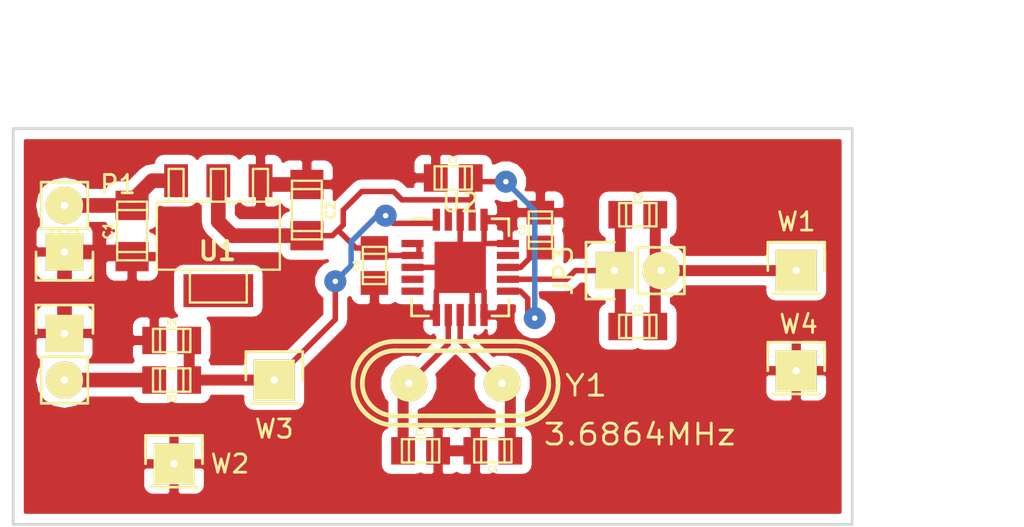
<source format=kicad_pcb>
(kicad_pcb (version 4) (host pcbnew 4.0.2-stable)

  (general
    (links 44)
    (no_connects 0)
    (area 106.952 79.7 167.004 108.025001)
    (thickness 1.6)
    (drawings 6)
    (tracks 96)
    (zones 0)
    (modules 21)
    (nets 15)
  )

  (page A4)
  (layers
    (0 F.Cu signal)
    (31 B.Cu signal)
    (32 B.Adhes user)
    (33 F.Adhes user)
    (34 B.Paste user)
    (35 F.Paste user)
    (36 B.SilkS user)
    (37 F.SilkS user)
    (38 B.Mask user)
    (39 F.Mask user)
    (40 Dwgs.User user)
    (41 Cmts.User user)
    (42 Eco1.User user)
    (43 Eco2.User user)
    (44 Edge.Cuts user)
    (45 Margin user)
    (46 B.CrtYd user)
    (47 F.CrtYd user)
    (48 B.Fab user)
    (49 F.Fab user)
  )

  (setup
    (last_trace_width 0.3)
    (user_trace_width 0.3)
    (user_trace_width 0.4)
    (user_trace_width 0.6)
    (user_trace_width 0.8)
    (trace_clearance 0.2)
    (zone_clearance 0.5)
    (zone_45_only yes)
    (trace_min 0.2)
    (segment_width 0.2)
    (edge_width 0.15)
    (via_size 0.6)
    (via_drill 0.4)
    (via_min_size 0.4)
    (via_min_drill 0.3)
    (user_via 1.2 0.3)
    (uvia_size 0.3)
    (uvia_drill 0.1)
    (uvias_allowed no)
    (uvia_min_size 0.2)
    (uvia_min_drill 0.1)
    (pcb_text_width 0.3)
    (pcb_text_size 1.5 1.5)
    (mod_edge_width 0.15)
    (mod_text_size 1 1)
    (mod_text_width 0.15)
    (pad_size 2.2352 2.2352)
    (pad_drill 0.4)
    (pad_to_mask_clearance 0.2)
    (aux_axis_origin 0 0)
    (visible_elements FFFFFF7F)
    (pcbplotparams
      (layerselection 0x00000_00000001)
      (usegerberextensions false)
      (excludeedgelayer false)
      (linewidth 0.100000)
      (plotframeref false)
      (viasonmask false)
      (mode 1)
      (useauxorigin false)
      (hpglpennumber 1)
      (hpglpenspeed 20)
      (hpglpendiameter 15)
      (hpglpenoverlay 2)
      (psnegative false)
      (psa4output false)
      (plotreference false)
      (plotvalue false)
      (plotinvisibletext false)
      (padsonsilk false)
      (subtractmaskfromsilk false)
      (outputformat 2)
      (mirror false)
      (drillshape 2)
      (scaleselection 1)
      (outputdirectory ""))
  )

  (net 0 "")
  (net 1 +5V)
  (net 2 GND)
  (net 3 VCC)
  (net 4 "Net-(C3-Pad2)")
  (net 5 "Net-(C4-Pad2)")
  (net 6 "Net-(C5-Pad2)")
  (net 7 "Net-(C8-Pad1)")
  (net 8 "Net-(C8-Pad2)")
  (net 9 "Net-(P2-Pad2)")
  (net 10 "Net-(U2-Pad4)")
  (net 11 "Net-(U2-Pad14)")
  (net 12 "Net-(U2-Pad19)")
  (net 13 "Net-(U2-Pad5)")
  (net 14 "Net-(R3-Pad2)")

  (net_class Default "This is the default net class."
    (clearance 0.2)
    (trace_width 0.25)
    (via_dia 0.6)
    (via_drill 0.4)
    (uvia_dia 0.3)
    (uvia_drill 0.1)
    (add_net +5V)
    (add_net GND)
    (add_net "Net-(C3-Pad2)")
    (add_net "Net-(C4-Pad2)")
    (add_net "Net-(C5-Pad2)")
    (add_net "Net-(C8-Pad1)")
    (add_net "Net-(C8-Pad2)")
    (add_net "Net-(P2-Pad2)")
    (add_net "Net-(R3-Pad2)")
    (add_net "Net-(U2-Pad14)")
    (add_net "Net-(U2-Pad19)")
    (add_net "Net-(U2-Pad4)")
    (add_net "Net-(U2-Pad5)")
    (add_net VCC)
  )

  (module Housings_DFN_QFN:QFN-20-1EP_5x5mm_Pitch0.65mm (layer F.Cu) (tedit 5725011F) (tstamp 5724F6B3)
    (at 132.3086 93.9292)
    (descr "20-Lead Plastic Quad Flat, No Lead Package (MQ) - 5x5x0.9 mm Body [QFN]; (see Microchip Packaging Specification 00000049BS.pdf)")
    (tags "QFN 0.65")
    (path /571F7B08)
    (attr smd)
    (fp_text reference U2 (at 0 -3.525) (layer F.SilkS)
      (effects (font (size 1 1) (thickness 0.15)))
    )
    (fp_text value DS8500 (at 0 3.525) (layer F.Fab)
      (effects (font (size 1 1) (thickness 0.15)))
    )
    (fp_line (start -2.8 -2.8) (end -2.8 2.8) (layer F.CrtYd) (width 0.05))
    (fp_line (start 2.8 -2.8) (end 2.8 2.8) (layer F.CrtYd) (width 0.05))
    (fp_line (start -2.8 -2.8) (end 2.8 -2.8) (layer F.CrtYd) (width 0.05))
    (fp_line (start -2.8 2.8) (end 2.8 2.8) (layer F.CrtYd) (width 0.05))
    (fp_line (start 2.65 -2.65) (end 2.65 -1.725) (layer F.SilkS) (width 0.15))
    (fp_line (start -2.65 2.65) (end -2.65 1.725) (layer F.SilkS) (width 0.15))
    (fp_line (start 2.65 2.65) (end 2.65 1.725) (layer F.SilkS) (width 0.15))
    (fp_line (start -2.65 -2.65) (end -1.725 -2.65) (layer F.SilkS) (width 0.15))
    (fp_line (start -2.65 2.65) (end -1.725 2.65) (layer F.SilkS) (width 0.15))
    (fp_line (start 2.65 2.65) (end 1.725 2.65) (layer F.SilkS) (width 0.15))
    (fp_line (start 2.65 -2.65) (end 1.725 -2.65) (layer F.SilkS) (width 0.15))
    (pad 1 smd rect (at -2.6 -1.3) (size 1.2 0.4) (layers F.Cu F.Paste F.Mask)
      (net 3 VCC))
    (pad 2 smd rect (at -2.6 -0.65) (size 1.2 0.4) (layers F.Cu F.Paste F.Mask)
      (net 3 VCC))
    (pad 3 smd rect (at -2.6 0) (size 1.2 0.4) (layers F.Cu F.Paste F.Mask)
      (net 2 GND))
    (pad 4 smd rect (at -2.6 0.65) (size 1.2 0.4) (layers F.Cu F.Paste F.Mask)
      (net 10 "Net-(U2-Pad4)"))
    (pad 5 smd rect (at -2.6 1.3) (size 1.2 0.4) (layers F.Cu F.Paste F.Mask)
      (net 13 "Net-(U2-Pad5)"))
    (pad 6 smd rect (at -1.3 2.6 90) (size 1.2 0.4) (layers F.Cu F.Paste F.Mask)
      (net 2 GND))
    (pad 7 smd rect (at -0.65 2.6 90) (size 1.2 0.4) (layers F.Cu F.Paste F.Mask)
      (net 4 "Net-(C3-Pad2)"))
    (pad 8 smd rect (at 0 2.6 90) (size 1.2 0.4) (layers F.Cu F.Paste F.Mask)
      (net 5 "Net-(C4-Pad2)"))
    (pad 9 smd rect (at 0.65 2.6 90) (size 1.2 0.4) (layers F.Cu F.Paste F.Mask)
      (net 2 GND))
    (pad 10 smd rect (at 1.3 2.6 90) (size 1.2 0.4) (layers F.Cu F.Paste F.Mask)
      (net 2 GND))
    (pad 11 smd rect (at 2.6 1.3) (size 1.2 0.4) (layers F.Cu F.Paste F.Mask)
      (net 3 VCC))
    (pad 12 smd rect (at 2.6 0.65) (size 1.2 0.4) (layers F.Cu F.Paste F.Mask)
      (net 8 "Net-(C8-Pad2)"))
    (pad 13 smd rect (at 2.6 0) (size 1.2 0.4) (layers F.Cu F.Paste F.Mask)
      (net 6 "Net-(C5-Pad2)"))
    (pad 14 smd rect (at 2.6 -0.65) (size 1.2 0.4) (layers F.Cu F.Paste F.Mask)
      (net 11 "Net-(U2-Pad14)"))
    (pad 15 smd rect (at 2.6 -1.3) (size 1.2 0.4) (layers F.Cu F.Paste F.Mask)
      (net 2 GND))
    (pad 16 smd rect (at 1.3 -2.6 90) (size 1.2 0.4) (layers F.Cu F.Paste F.Mask)
      (net 2 GND))
    (pad 17 smd rect (at 0.65 -2.6 90) (size 1.2 0.4) (layers F.Cu F.Paste F.Mask)
      (net 3 VCC))
    (pad 18 smd rect (at 0 -2.6 90) (size 1.2 0.4) (layers F.Cu F.Paste F.Mask)
      (net 2 GND))
    (pad 19 smd rect (at -0.65 -2.6 90) (size 1.2 0.4) (layers F.Cu F.Paste F.Mask)
      (net 12 "Net-(U2-Pad19)"))
    (pad 20 smd rect (at -1.3 -2.6 90) (size 1.2 0.4) (layers F.Cu F.Paste F.Mask)
      (net 14 "Net-(R3-Pad2)"))
    (pad 21 smd rect (at 0 0) (size 2.8 2.8) (layers F.Cu F.Paste F.Mask)
      (net 2 GND) (solder_paste_margin_ratio -0.2))
    (model Housings_DFN_QFN.3dshapes/QFN-20-1EP_5x5mm_Pitch0.65mm.wrl
      (at (xyz 0 0 0))
      (scale (xyz 1 1 1))
      (rotate (xyz 0 0 0))
    )
  )

  (module w_smd_cap:c_1206 (layer F.Cu) (tedit 490473F0) (tstamp 5723404F)
    (at 114.427 91.948 90)
    (descr "SMT capacitor, 1206")
    (path /571FC257)
    (fp_text reference C1 (at 0.0254 -1.2954 90) (layer F.SilkS)
      (effects (font (size 0.50038 0.50038) (thickness 0.11938)))
    )
    (fp_text value 1u (at 0 1.27 90) (layer F.SilkS) hide
      (effects (font (size 0.50038 0.50038) (thickness 0.11938)))
    )
    (fp_line (start 1.143 0.8128) (end 1.143 -0.8128) (layer F.SilkS) (width 0.127))
    (fp_line (start -1.143 -0.8128) (end -1.143 0.8128) (layer F.SilkS) (width 0.127))
    (fp_line (start -1.6002 -0.8128) (end -1.6002 0.8128) (layer F.SilkS) (width 0.127))
    (fp_line (start -1.6002 0.8128) (end 1.6002 0.8128) (layer F.SilkS) (width 0.127))
    (fp_line (start 1.6002 0.8128) (end 1.6002 -0.8128) (layer F.SilkS) (width 0.127))
    (fp_line (start 1.6002 -0.8128) (end -1.6002 -0.8128) (layer F.SilkS) (width 0.127))
    (pad 1 smd rect (at 1.397 0 90) (size 1.6002 1.8034) (layers F.Cu F.Paste F.Mask)
      (net 1 +5V))
    (pad 2 smd rect (at -1.397 0 90) (size 1.6002 1.8034) (layers F.Cu F.Paste F.Mask)
      (net 2 GND))
    (model walter\smd_cap\c_1206.wrl
      (at (xyz 0 0 0))
      (scale (xyz 1 1 1))
      (rotate (xyz 0 0 0))
    )
  )

  (module w_smd_cap:c_1206 (layer F.Cu) (tedit 490473F0) (tstamp 57234055)
    (at 123.952 90.805 270)
    (descr "SMT capacitor, 1206")
    (path /571FC2BE)
    (fp_text reference C2 (at 0.0254 -1.2954 270) (layer F.SilkS)
      (effects (font (size 0.50038 0.50038) (thickness 0.11938)))
    )
    (fp_text value 1u (at 0 1.27 270) (layer F.SilkS) hide
      (effects (font (size 0.50038 0.50038) (thickness 0.11938)))
    )
    (fp_line (start 1.143 0.8128) (end 1.143 -0.8128) (layer F.SilkS) (width 0.127))
    (fp_line (start -1.143 -0.8128) (end -1.143 0.8128) (layer F.SilkS) (width 0.127))
    (fp_line (start -1.6002 -0.8128) (end -1.6002 0.8128) (layer F.SilkS) (width 0.127))
    (fp_line (start -1.6002 0.8128) (end 1.6002 0.8128) (layer F.SilkS) (width 0.127))
    (fp_line (start 1.6002 0.8128) (end 1.6002 -0.8128) (layer F.SilkS) (width 0.127))
    (fp_line (start 1.6002 -0.8128) (end -1.6002 -0.8128) (layer F.SilkS) (width 0.127))
    (pad 1 smd rect (at 1.397 0 270) (size 1.6002 1.8034) (layers F.Cu F.Paste F.Mask)
      (net 3 VCC))
    (pad 2 smd rect (at -1.397 0 270) (size 1.6002 1.8034) (layers F.Cu F.Paste F.Mask)
      (net 2 GND))
    (model walter\smd_cap\c_1206.wrl
      (at (xyz 0 0 0))
      (scale (xyz 1 1 1))
      (rotate (xyz 0 0 0))
    )
  )

  (module w_smd_cap:c_0805 (layer F.Cu) (tedit 49047394) (tstamp 5723405B)
    (at 130.1496 103.9368)
    (descr "SMT capacitor, 0805")
    (path /571F826F)
    (fp_text reference C3 (at 0 -0.9906) (layer F.SilkS)
      (effects (font (size 0.29972 0.29972) (thickness 0.06096)))
    )
    (fp_text value 22p (at 0 0.9906) (layer F.SilkS) hide
      (effects (font (size 0.29972 0.29972) (thickness 0.06096)))
    )
    (fp_line (start 0.635 -0.635) (end 0.635 0.635) (layer F.SilkS) (width 0.127))
    (fp_line (start -0.635 -0.635) (end -0.635 0.6096) (layer F.SilkS) (width 0.127))
    (fp_line (start -1.016 -0.635) (end 1.016 -0.635) (layer F.SilkS) (width 0.127))
    (fp_line (start 1.016 -0.635) (end 1.016 0.635) (layer F.SilkS) (width 0.127))
    (fp_line (start 1.016 0.635) (end -1.016 0.635) (layer F.SilkS) (width 0.127))
    (fp_line (start -1.016 0.635) (end -1.016 -0.635) (layer F.SilkS) (width 0.127))
    (pad 1 smd rect (at 0.9525 0) (size 1.30048 1.4986) (layers F.Cu F.Paste F.Mask)
      (net 2 GND))
    (pad 2 smd rect (at -0.9525 0) (size 1.30048 1.4986) (layers F.Cu F.Paste F.Mask)
      (net 4 "Net-(C3-Pad2)"))
    (model walter\smd_cap\c_0805.wrl
      (at (xyz 0 0 0))
      (scale (xyz 1 1 1))
      (rotate (xyz 0 0 0))
    )
  )

  (module w_smd_cap:c_0805 (layer F.Cu) (tedit 49047394) (tstamp 57234061)
    (at 134.0866 103.9368 180)
    (descr "SMT capacitor, 0805")
    (path /571F835D)
    (fp_text reference C4 (at 0 -0.9906 180) (layer F.SilkS)
      (effects (font (size 0.29972 0.29972) (thickness 0.06096)))
    )
    (fp_text value 22p (at 0 0.9906 180) (layer F.SilkS) hide
      (effects (font (size 0.29972 0.29972) (thickness 0.06096)))
    )
    (fp_line (start 0.635 -0.635) (end 0.635 0.635) (layer F.SilkS) (width 0.127))
    (fp_line (start -0.635 -0.635) (end -0.635 0.6096) (layer F.SilkS) (width 0.127))
    (fp_line (start -1.016 -0.635) (end 1.016 -0.635) (layer F.SilkS) (width 0.127))
    (fp_line (start 1.016 -0.635) (end 1.016 0.635) (layer F.SilkS) (width 0.127))
    (fp_line (start 1.016 0.635) (end -1.016 0.635) (layer F.SilkS) (width 0.127))
    (fp_line (start -1.016 0.635) (end -1.016 -0.635) (layer F.SilkS) (width 0.127))
    (pad 1 smd rect (at 0.9525 0 180) (size 1.30048 1.4986) (layers F.Cu F.Paste F.Mask)
      (net 2 GND))
    (pad 2 smd rect (at -0.9525 0 180) (size 1.30048 1.4986) (layers F.Cu F.Paste F.Mask)
      (net 5 "Net-(C4-Pad2)"))
    (model walter\smd_cap\c_0805.wrl
      (at (xyz 0 0 0))
      (scale (xyz 1 1 1))
      (rotate (xyz 0 0 0))
    )
  )

  (module w_smd_cap:c_0805 (layer F.Cu) (tedit 49047394) (tstamp 57234067)
    (at 136.6774 91.8972 90)
    (descr "SMT capacitor, 0805")
    (path /571F86D9)
    (fp_text reference C5 (at 0 -0.9906 90) (layer F.SilkS)
      (effects (font (size 0.29972 0.29972) (thickness 0.06096)))
    )
    (fp_text value 100n (at 0 0.9906 90) (layer F.SilkS) hide
      (effects (font (size 0.29972 0.29972) (thickness 0.06096)))
    )
    (fp_line (start 0.635 -0.635) (end 0.635 0.635) (layer F.SilkS) (width 0.127))
    (fp_line (start -0.635 -0.635) (end -0.635 0.6096) (layer F.SilkS) (width 0.127))
    (fp_line (start -1.016 -0.635) (end 1.016 -0.635) (layer F.SilkS) (width 0.127))
    (fp_line (start 1.016 -0.635) (end 1.016 0.635) (layer F.SilkS) (width 0.127))
    (fp_line (start 1.016 0.635) (end -1.016 0.635) (layer F.SilkS) (width 0.127))
    (fp_line (start -1.016 0.635) (end -1.016 -0.635) (layer F.SilkS) (width 0.127))
    (pad 1 smd rect (at 0.9525 0 90) (size 1.30048 1.4986) (layers F.Cu F.Paste F.Mask)
      (net 2 GND))
    (pad 2 smd rect (at -0.9525 0 90) (size 1.30048 1.4986) (layers F.Cu F.Paste F.Mask)
      (net 6 "Net-(C5-Pad2)"))
    (model walter\smd_cap\c_0805.wrl
      (at (xyz 0 0 0))
      (scale (xyz 1 1 1))
      (rotate (xyz 0 0 0))
    )
  )

  (module w_smd_cap:c_0805 (layer F.Cu) (tedit 49047394) (tstamp 5723406D)
    (at 127.635 93.8276 90)
    (descr "SMT capacitor, 0805")
    (path /571FD231)
    (fp_text reference C6 (at 0 -0.9906 90) (layer F.SilkS)
      (effects (font (size 0.29972 0.29972) (thickness 0.06096)))
    )
    (fp_text value 100n (at 0 0.9906 90) (layer F.SilkS) hide
      (effects (font (size 0.29972 0.29972) (thickness 0.06096)))
    )
    (fp_line (start 0.635 -0.635) (end 0.635 0.635) (layer F.SilkS) (width 0.127))
    (fp_line (start -0.635 -0.635) (end -0.635 0.6096) (layer F.SilkS) (width 0.127))
    (fp_line (start -1.016 -0.635) (end 1.016 -0.635) (layer F.SilkS) (width 0.127))
    (fp_line (start 1.016 -0.635) (end 1.016 0.635) (layer F.SilkS) (width 0.127))
    (fp_line (start 1.016 0.635) (end -1.016 0.635) (layer F.SilkS) (width 0.127))
    (fp_line (start -1.016 0.635) (end -1.016 -0.635) (layer F.SilkS) (width 0.127))
    (pad 1 smd rect (at 0.9525 0 90) (size 1.30048 1.4986) (layers F.Cu F.Paste F.Mask)
      (net 3 VCC))
    (pad 2 smd rect (at -0.9525 0 90) (size 1.30048 1.4986) (layers F.Cu F.Paste F.Mask)
      (net 2 GND))
    (model walter\smd_cap\c_0805.wrl
      (at (xyz 0 0 0))
      (scale (xyz 1 1 1))
      (rotate (xyz 0 0 0))
    )
  )

  (module w_smd_cap:c_0805 (layer F.Cu) (tedit 49047394) (tstamp 57234073)
    (at 131.9276 89.0524)
    (descr "SMT capacitor, 0805")
    (path /571FD15D)
    (fp_text reference C7 (at 0 -0.9906) (layer F.SilkS)
      (effects (font (size 0.29972 0.29972) (thickness 0.06096)))
    )
    (fp_text value 100n (at 0 0.9906) (layer F.SilkS) hide
      (effects (font (size 0.29972 0.29972) (thickness 0.06096)))
    )
    (fp_line (start 0.635 -0.635) (end 0.635 0.635) (layer F.SilkS) (width 0.127))
    (fp_line (start -0.635 -0.635) (end -0.635 0.6096) (layer F.SilkS) (width 0.127))
    (fp_line (start -1.016 -0.635) (end 1.016 -0.635) (layer F.SilkS) (width 0.127))
    (fp_line (start 1.016 -0.635) (end 1.016 0.635) (layer F.SilkS) (width 0.127))
    (fp_line (start 1.016 0.635) (end -1.016 0.635) (layer F.SilkS) (width 0.127))
    (fp_line (start -1.016 0.635) (end -1.016 -0.635) (layer F.SilkS) (width 0.127))
    (pad 1 smd rect (at 0.9525 0) (size 1.30048 1.4986) (layers F.Cu F.Paste F.Mask)
      (net 3 VCC))
    (pad 2 smd rect (at -0.9525 0) (size 1.30048 1.4986) (layers F.Cu F.Paste F.Mask)
      (net 2 GND))
    (model walter\smd_cap\c_0805.wrl
      (at (xyz 0 0 0))
      (scale (xyz 1 1 1))
      (rotate (xyz 0 0 0))
    )
  )

  (module w_smd_cap:c_0805 (layer F.Cu) (tedit 49047394) (tstamp 57234079)
    (at 141.986 97.155)
    (descr "SMT capacitor, 0805")
    (path /571F8B1B)
    (fp_text reference C8 (at 0 -0.9906) (layer F.SilkS)
      (effects (font (size 0.29972 0.29972) (thickness 0.06096)))
    )
    (fp_text value 100n (at 0 0.9906) (layer F.SilkS) hide
      (effects (font (size 0.29972 0.29972) (thickness 0.06096)))
    )
    (fp_line (start 0.635 -0.635) (end 0.635 0.635) (layer F.SilkS) (width 0.127))
    (fp_line (start -0.635 -0.635) (end -0.635 0.6096) (layer F.SilkS) (width 0.127))
    (fp_line (start -1.016 -0.635) (end 1.016 -0.635) (layer F.SilkS) (width 0.127))
    (fp_line (start 1.016 -0.635) (end 1.016 0.635) (layer F.SilkS) (width 0.127))
    (fp_line (start 1.016 0.635) (end -1.016 0.635) (layer F.SilkS) (width 0.127))
    (fp_line (start -1.016 0.635) (end -1.016 -0.635) (layer F.SilkS) (width 0.127))
    (pad 1 smd rect (at 0.9525 0) (size 1.30048 1.4986) (layers F.Cu F.Paste F.Mask)
      (net 7 "Net-(C8-Pad1)"))
    (pad 2 smd rect (at -0.9525 0) (size 1.30048 1.4986) (layers F.Cu F.Paste F.Mask)
      (net 8 "Net-(C8-Pad2)"))
    (model walter\smd_cap\c_0805.wrl
      (at (xyz 0 0 0))
      (scale (xyz 1 1 1))
      (rotate (xyz 0 0 0))
    )
  )

  (module w_smd_cap:c_0805 (layer F.Cu) (tedit 49047394) (tstamp 5723407F)
    (at 141.986 91.059)
    (descr "SMT capacitor, 0805")
    (path /571F8F4A)
    (fp_text reference C9 (at 0 -0.9906) (layer F.SilkS)
      (effects (font (size 0.29972 0.29972) (thickness 0.06096)))
    )
    (fp_text value 100n (at 0 0.9906) (layer F.SilkS) hide
      (effects (font (size 0.29972 0.29972) (thickness 0.06096)))
    )
    (fp_line (start 0.635 -0.635) (end 0.635 0.635) (layer F.SilkS) (width 0.127))
    (fp_line (start -0.635 -0.635) (end -0.635 0.6096) (layer F.SilkS) (width 0.127))
    (fp_line (start -1.016 -0.635) (end 1.016 -0.635) (layer F.SilkS) (width 0.127))
    (fp_line (start 1.016 -0.635) (end 1.016 0.635) (layer F.SilkS) (width 0.127))
    (fp_line (start 1.016 0.635) (end -1.016 0.635) (layer F.SilkS) (width 0.127))
    (fp_line (start -1.016 0.635) (end -1.016 -0.635) (layer F.SilkS) (width 0.127))
    (pad 1 smd rect (at 0.9525 0) (size 1.30048 1.4986) (layers F.Cu F.Paste F.Mask)
      (net 7 "Net-(C8-Pad1)"))
    (pad 2 smd rect (at -0.9525 0) (size 1.30048 1.4986) (layers F.Cu F.Paste F.Mask)
      (net 8 "Net-(C8-Pad2)"))
    (model walter\smd_cap\c_0805.wrl
      (at (xyz 0 0 0))
      (scale (xyz 1 1 1))
      (rotate (xyz 0 0 0))
    )
  )

  (module Pin_Headers:Pin_Header_Straight_1x02 (layer F.Cu) (tedit 5725029F) (tstamp 57234091)
    (at 140.716 94.107 90)
    (descr "Through hole pin header")
    (tags "pin header")
    (path /571F8ADE)
    (fp_text reference JP3 (at 0 -2.794 90) (layer F.SilkS)
      (effects (font (size 1 1) (thickness 0.15)))
    )
    (fp_text value "" (at 0 -3.1 90) (layer F.Fab)
      (effects (font (size 1 1) (thickness 0.15)))
    )
    (fp_line (start 1.27 1.27) (end 1.27 3.81) (layer F.SilkS) (width 0.15))
    (fp_line (start 1.55 -1.55) (end 1.55 0) (layer F.SilkS) (width 0.15))
    (fp_line (start -1.75 -1.75) (end -1.75 4.3) (layer F.CrtYd) (width 0.05))
    (fp_line (start 1.75 -1.75) (end 1.75 4.3) (layer F.CrtYd) (width 0.05))
    (fp_line (start -1.75 -1.75) (end 1.75 -1.75) (layer F.CrtYd) (width 0.05))
    (fp_line (start -1.75 4.3) (end 1.75 4.3) (layer F.CrtYd) (width 0.05))
    (fp_line (start 1.27 1.27) (end -1.27 1.27) (layer F.SilkS) (width 0.15))
    (fp_line (start -1.55 0) (end -1.55 -1.55) (layer F.SilkS) (width 0.15))
    (fp_line (start -1.55 -1.55) (end 1.55 -1.55) (layer F.SilkS) (width 0.15))
    (fp_line (start -1.27 1.27) (end -1.27 3.81) (layer F.SilkS) (width 0.15))
    (fp_line (start -1.27 3.81) (end 1.27 3.81) (layer F.SilkS) (width 0.15))
    (pad 1 thru_hole rect (at 0 0 90) (size 2.032 2.032) (drill 0.4) (layers *.Cu *.Mask F.SilkS)
      (net 8 "Net-(C8-Pad2)"))
    (pad 2 thru_hole oval (at 0 2.54 90) (size 2.032 2.032) (drill 0.4) (layers *.Cu *.Mask F.SilkS)
      (net 7 "Net-(C8-Pad1)"))
    (model Pin_Headers.3dshapes/Pin_Header_Straight_1x02.wrl
      (at (xyz 0 -0.05 0))
      (scale (xyz 1 1 1))
      (rotate (xyz 0 0 90))
    )
  )

  (module Pin_Headers:Pin_Header_Straight_1x02 (layer F.Cu) (tedit 57250265) (tstamp 57234097)
    (at 110.744 93.091 180)
    (descr "Through hole pin header")
    (tags "pin header")
    (path /571FB831)
    (fp_text reference P1 (at -2.921 3.683 180) (layer F.SilkS)
      (effects (font (size 1 1) (thickness 0.15)))
    )
    (fp_text value POWER (at 2.667 1.524 270) (layer F.Fab)
      (effects (font (size 1 1) (thickness 0.15)))
    )
    (fp_line (start 1.27 1.27) (end 1.27 3.81) (layer F.SilkS) (width 0.15))
    (fp_line (start 1.55 -1.55) (end 1.55 0) (layer F.SilkS) (width 0.15))
    (fp_line (start -1.75 -1.75) (end -1.75 4.3) (layer F.CrtYd) (width 0.05))
    (fp_line (start 1.75 -1.75) (end 1.75 4.3) (layer F.CrtYd) (width 0.05))
    (fp_line (start -1.75 -1.75) (end 1.75 -1.75) (layer F.CrtYd) (width 0.05))
    (fp_line (start -1.75 4.3) (end 1.75 4.3) (layer F.CrtYd) (width 0.05))
    (fp_line (start 1.27 1.27) (end -1.27 1.27) (layer F.SilkS) (width 0.15))
    (fp_line (start -1.55 0) (end -1.55 -1.55) (layer F.SilkS) (width 0.15))
    (fp_line (start -1.55 -1.55) (end 1.55 -1.55) (layer F.SilkS) (width 0.15))
    (fp_line (start -1.27 1.27) (end -1.27 3.81) (layer F.SilkS) (width 0.15))
    (fp_line (start -1.27 3.81) (end 1.27 3.81) (layer F.SilkS) (width 0.15))
    (pad 1 thru_hole rect (at 0 0 180) (size 2.032 2.032) (drill 0.4) (layers *.Cu *.Mask F.SilkS)
      (net 2 GND))
    (pad 2 thru_hole oval (at 0 2.54 180) (size 2.032 2.032) (drill 0.4) (layers *.Cu *.Mask F.SilkS)
      (net 1 +5V))
    (model Pin_Headers.3dshapes/Pin_Header_Straight_1x02.wrl
      (at (xyz 0 -0.05 0))
      (scale (xyz 1 1 1))
      (rotate (xyz 0 0 90))
    )
  )

  (module w_smd_resistors:r_0805 (layer F.Cu) (tedit 49047384) (tstamp 572340B0)
    (at 116.586 100.076 180)
    (descr "SMT resistor, 0805")
    (path /571FA3BB)
    (fp_text reference R3 (at 0 -0.9906 180) (layer F.SilkS)
      (effects (font (size 0.29972 0.29972) (thickness 0.06096)))
    )
    (fp_text value 10k (at 0 0.9906 180) (layer F.SilkS) hide
      (effects (font (size 0.29972 0.29972) (thickness 0.06096)))
    )
    (fp_line (start 0.635 -0.635) (end 0.635 0.635) (layer F.SilkS) (width 0.127))
    (fp_line (start -0.635 -0.635) (end -0.635 0.6096) (layer F.SilkS) (width 0.127))
    (fp_line (start -1.016 -0.635) (end 1.016 -0.635) (layer F.SilkS) (width 0.127))
    (fp_line (start 1.016 -0.635) (end 1.016 0.635) (layer F.SilkS) (width 0.127))
    (fp_line (start 1.016 0.635) (end -1.016 0.635) (layer F.SilkS) (width 0.127))
    (fp_line (start -1.016 0.635) (end -1.016 -0.635) (layer F.SilkS) (width 0.127))
    (pad 1 smd rect (at 0.9525 0 180) (size 1.30048 1.4986) (layers F.Cu F.Paste F.Mask)
      (net 9 "Net-(P2-Pad2)"))
    (pad 2 smd rect (at -0.9525 0 180) (size 1.30048 1.4986) (layers F.Cu F.Paste F.Mask)
      (net 14 "Net-(R3-Pad2)"))
    (model walter/smd_resistors/r_0805.wrl
      (at (xyz 0 0 0))
      (scale (xyz 1 1 1))
      (rotate (xyz 0 0 0))
    )
  )

  (module w_smd_resistors:r_0805 (layer F.Cu) (tedit 49047384) (tstamp 572340B6)
    (at 116.586 97.917)
    (descr "SMT resistor, 0805")
    (path /571FA3B5)
    (fp_text reference R4 (at 0 -0.9906) (layer F.SilkS)
      (effects (font (size 0.29972 0.29972) (thickness 0.06096)))
    )
    (fp_text value 20k (at 0 0.9906) (layer F.SilkS) hide
      (effects (font (size 0.29972 0.29972) (thickness 0.06096)))
    )
    (fp_line (start 0.635 -0.635) (end 0.635 0.635) (layer F.SilkS) (width 0.127))
    (fp_line (start -0.635 -0.635) (end -0.635 0.6096) (layer F.SilkS) (width 0.127))
    (fp_line (start -1.016 -0.635) (end 1.016 -0.635) (layer F.SilkS) (width 0.127))
    (fp_line (start 1.016 -0.635) (end 1.016 0.635) (layer F.SilkS) (width 0.127))
    (fp_line (start 1.016 0.635) (end -1.016 0.635) (layer F.SilkS) (width 0.127))
    (fp_line (start -1.016 0.635) (end -1.016 -0.635) (layer F.SilkS) (width 0.127))
    (pad 1 smd rect (at 0.9525 0) (size 1.30048 1.4986) (layers F.Cu F.Paste F.Mask)
      (net 14 "Net-(R3-Pad2)"))
    (pad 2 smd rect (at -0.9525 0) (size 1.30048 1.4986) (layers F.Cu F.Paste F.Mask)
      (net 2 GND))
    (model walter/smd_resistors/r_0805.wrl
      (at (xyz 0 0 0))
      (scale (xyz 1 1 1))
      (rotate (xyz 0 0 0))
    )
  )

  (module w_smd_trans:sot223 (layer F.Cu) (tedit 49047669) (tstamp 572340BE)
    (at 119.126 92.202 180)
    (descr SOT223)
    (path /571FBC3E)
    (fp_text reference U1 (at 0.0508 -0.8382 180) (layer F.SilkS)
      (effects (font (size 1.00076 1.00076) (thickness 0.20066)))
    )
    (fp_text value AP1117V5 (at 0 1.0414 180) (layer F.SilkS) hide
      (effects (font (size 1.00076 1.00076) (thickness 0.20066)))
    )
    (fp_line (start -1.5494 -3.6449) (end 1.5494 -3.6449) (layer F.SilkS) (width 0.127))
    (fp_line (start 1.5494 -3.6449) (end 1.5494 -1.8542) (layer F.SilkS) (width 0.127))
    (fp_line (start -1.5494 -3.6449) (end -1.5494 -1.8542) (layer F.SilkS) (width 0.127))
    (fp_line (start 1.8923 3.6449) (end 2.7051 3.6449) (layer F.SilkS) (width 0.127))
    (fp_line (start 2.7051 3.6449) (end 2.7051 1.8542) (layer F.SilkS) (width 0.127))
    (fp_line (start 1.8923 3.6449) (end 1.8923 1.8542) (layer F.SilkS) (width 0.127))
    (fp_line (start -0.4064 3.6449) (end -0.4064 1.8542) (layer F.SilkS) (width 0.127))
    (fp_line (start 0.4064 3.6449) (end 0.4064 1.8542) (layer F.SilkS) (width 0.127))
    (fp_line (start -0.4064 3.6449) (end 0.4064 3.6449) (layer F.SilkS) (width 0.127))
    (fp_line (start -2.7051 3.6449) (end -1.8923 3.6449) (layer F.SilkS) (width 0.127))
    (fp_line (start -1.8923 3.6449) (end -1.8923 1.8542) (layer F.SilkS) (width 0.127))
    (fp_line (start -2.7051 3.6449) (end -2.7051 1.8542) (layer F.SilkS) (width 0.127))
    (fp_line (start 3.3528 1.8542) (end -3.3528 1.8542) (layer F.SilkS) (width 0.127))
    (fp_line (start -3.3528 1.8542) (end -3.3528 -1.8542) (layer F.SilkS) (width 0.127))
    (fp_line (start -3.3528 -1.8542) (end 3.3528 -1.8542) (layer F.SilkS) (width 0.127))
    (fp_line (start 3.3528 -1.8542) (end 3.3528 1.8542) (layer F.SilkS) (width 0.127))
    (pad 1 smd rect (at -2.30124 2.99974 180) (size 1.30048 1.80086) (layers F.Cu F.Paste F.Mask)
      (net 2 GND))
    (pad 2 smd rect (at 0 2.99974 180) (size 1.30048 1.80086) (layers F.Cu F.Paste F.Mask)
      (net 3 VCC))
    (pad 3 smd rect (at 2.30124 2.99974 180) (size 1.30048 1.80086) (layers F.Cu F.Paste F.Mask)
      (net 1 +5V))
    (pad 4 smd rect (at 0 -2.99974 180) (size 3.79984 1.80086) (layers F.Cu F.Paste F.Mask))
    (model walter/smd_trans/sot223.wrl
      (at (xyz 0 0 0))
      (scale (xyz 1 1 1))
      (rotate (xyz 0 0 0))
    )
  )

  (module Pin_Headers:Pin_Header_Straight_1x01 (layer F.Cu) (tedit 572502A4) (tstamp 572340DF)
    (at 150.622 94.107)
    (descr "Through hole pin header")
    (tags "pin header")
    (path /571F8BF5)
    (fp_text reference W1 (at 0 -2.667) (layer F.SilkS)
      (effects (font (size 1 1) (thickness 0.15)))
    )
    (fp_text value FSK_OUT (at -2.921 -0.508 90) (layer F.Fab)
      (effects (font (size 1 1) (thickness 0.15)))
    )
    (fp_line (start 1.55 -1.55) (end 1.55 0) (layer F.SilkS) (width 0.15))
    (fp_line (start -1.75 -1.75) (end -1.75 1.75) (layer F.CrtYd) (width 0.05))
    (fp_line (start 1.75 -1.75) (end 1.75 1.75) (layer F.CrtYd) (width 0.05))
    (fp_line (start -1.75 -1.75) (end 1.75 -1.75) (layer F.CrtYd) (width 0.05))
    (fp_line (start -1.75 1.75) (end 1.75 1.75) (layer F.CrtYd) (width 0.05))
    (fp_line (start -1.55 0) (end -1.55 -1.55) (layer F.SilkS) (width 0.15))
    (fp_line (start -1.55 -1.55) (end 1.55 -1.55) (layer F.SilkS) (width 0.15))
    (fp_line (start -1.27 1.27) (end 1.27 1.27) (layer F.SilkS) (width 0.15))
    (pad 1 thru_hole rect (at 0 0) (size 2.2352 2.2352) (drill 0.4) (layers *.Cu *.Mask F.SilkS)
      (net 7 "Net-(C8-Pad1)"))
    (model Pin_Headers.3dshapes/Pin_Header_Straight_1x01.wrl
      (at (xyz 0 0 0))
      (scale (xyz 1 1 1))
      (rotate (xyz 0 0 90))
    )
  )

  (module Pin_Headers:Pin_Header_Straight_1x01 (layer F.Cu) (tedit 57250288) (tstamp 572340E4)
    (at 116.713 104.648)
    (descr "Through hole pin header")
    (tags "pin header")
    (path /571F9407)
    (fp_text reference W2 (at 3.048 0) (layer F.SilkS)
      (effects (font (size 1 1) (thickness 0.15)))
    )
    (fp_text value GND (at 0 -2.54) (layer F.Fab)
      (effects (font (size 1 1) (thickness 0.15)))
    )
    (fp_line (start 1.55 -1.55) (end 1.55 0) (layer F.SilkS) (width 0.15))
    (fp_line (start -1.75 -1.75) (end -1.75 1.75) (layer F.CrtYd) (width 0.05))
    (fp_line (start 1.75 -1.75) (end 1.75 1.75) (layer F.CrtYd) (width 0.05))
    (fp_line (start -1.75 -1.75) (end 1.75 -1.75) (layer F.CrtYd) (width 0.05))
    (fp_line (start -1.75 1.75) (end 1.75 1.75) (layer F.CrtYd) (width 0.05))
    (fp_line (start -1.55 0) (end -1.55 -1.55) (layer F.SilkS) (width 0.15))
    (fp_line (start -1.55 -1.55) (end 1.55 -1.55) (layer F.SilkS) (width 0.15))
    (fp_line (start -1.27 1.27) (end 1.27 1.27) (layer F.SilkS) (width 0.15))
    (pad 1 thru_hole rect (at 0 0) (size 2.2352 2.2352) (drill 0.4) (layers *.Cu *.Mask F.SilkS)
      (net 2 GND))
    (model Pin_Headers.3dshapes/Pin_Header_Straight_1x01.wrl
      (at (xyz 0 0 0))
      (scale (xyz 1 1 1))
      (rotate (xyz 0 0 90))
    )
  )

  (module Pin_Headers:Pin_Header_Straight_1x01 (layer F.Cu) (tedit 5725028B) (tstamp 572340E9)
    (at 122.174 100.076)
    (descr "Through hole pin header")
    (tags "pin header")
    (path /572345F3)
    (fp_text reference W3 (at 0 2.667) (layer F.SilkS)
      (effects (font (size 1 1) (thickness 0.15)))
    )
    (fp_text value FSK_IN (at 0 -2.54) (layer F.Fab)
      (effects (font (size 1 1) (thickness 0.15)))
    )
    (fp_line (start 1.55 -1.55) (end 1.55 0) (layer F.SilkS) (width 0.15))
    (fp_line (start -1.75 -1.75) (end -1.75 1.75) (layer F.CrtYd) (width 0.05))
    (fp_line (start 1.75 -1.75) (end 1.75 1.75) (layer F.CrtYd) (width 0.05))
    (fp_line (start -1.75 -1.75) (end 1.75 -1.75) (layer F.CrtYd) (width 0.05))
    (fp_line (start -1.75 1.75) (end 1.75 1.75) (layer F.CrtYd) (width 0.05))
    (fp_line (start -1.55 0) (end -1.55 -1.55) (layer F.SilkS) (width 0.15))
    (fp_line (start -1.55 -1.55) (end 1.55 -1.55) (layer F.SilkS) (width 0.15))
    (fp_line (start -1.27 1.27) (end 1.27 1.27) (layer F.SilkS) (width 0.15))
    (pad 1 thru_hole rect (at 0 0) (size 2.2352 2.2352) (drill 0.4) (layers *.Cu *.Mask F.SilkS)
      (net 14 "Net-(R3-Pad2)"))
    (model Pin_Headers.3dshapes/Pin_Header_Straight_1x01.wrl
      (at (xyz 0 0 0))
      (scale (xyz 1 1 1))
      (rotate (xyz 0 0 90))
    )
  )

  (module Pin_Headers:Pin_Header_Straight_1x01 (layer F.Cu) (tedit 572502A7) (tstamp 572340EE)
    (at 150.622 99.568)
    (descr "Through hole pin header")
    (tags "pin header")
    (path /57234BE3)
    (fp_text reference W4 (at 0.127 -2.54) (layer F.SilkS)
      (effects (font (size 1 1) (thickness 0.15)))
    )
    (fp_text value GND (at -2.667 -0.254 90) (layer F.Fab)
      (effects (font (size 1 1) (thickness 0.15)))
    )
    (fp_line (start 1.55 -1.55) (end 1.55 0) (layer F.SilkS) (width 0.15))
    (fp_line (start -1.75 -1.75) (end -1.75 1.75) (layer F.CrtYd) (width 0.05))
    (fp_line (start 1.75 -1.75) (end 1.75 1.75) (layer F.CrtYd) (width 0.05))
    (fp_line (start -1.75 -1.75) (end 1.75 -1.75) (layer F.CrtYd) (width 0.05))
    (fp_line (start -1.75 1.75) (end 1.75 1.75) (layer F.CrtYd) (width 0.05))
    (fp_line (start -1.55 0) (end -1.55 -1.55) (layer F.SilkS) (width 0.15))
    (fp_line (start -1.55 -1.55) (end 1.55 -1.55) (layer F.SilkS) (width 0.15))
    (fp_line (start -1.27 1.27) (end 1.27 1.27) (layer F.SilkS) (width 0.15))
    (pad 1 thru_hole rect (at 0 0) (size 2.2352 2.2352) (drill 0.4) (layers *.Cu *.Mask F.SilkS)
      (net 2 GND))
    (model Pin_Headers.3dshapes/Pin_Header_Straight_1x01.wrl
      (at (xyz 0 0 0))
      (scale (xyz 1 1 1))
      (rotate (xyz 0 0 90))
    )
  )

  (module w_crystal:crystal_hc-49u (layer F.Cu) (tedit 57250298) (tstamp 572340F4)
    (at 132.0546 100.2538 180)
    (descr "Crystal, HC-49U")
    (tags QUARTZ)
    (path /571F7F93)
    (autoplace_cost180 10)
    (fp_text reference Y1 (at -7.112 -0.127 360) (layer F.SilkS)
      (effects (font (size 1.143 1.27) (thickness 0.1524)))
    )
    (fp_text value 3.6864MHz (at -10.033 -2.794 180) (layer F.SilkS)
      (effects (font (size 1.143 1.27) (thickness 0.1524)))
    )
    (fp_arc (start 3.302 0) (end 3.302 -2.286) (angle 90) (layer F.SilkS) (width 0.254))
    (fp_line (start -3.302 1.778) (end 3.302 1.778) (layer F.SilkS) (width 0.254))
    (fp_line (start 3.302 -1.778) (end -3.302 -1.778) (layer F.SilkS) (width 0.254))
    (fp_arc (start 3.302 0) (end 5.08 0) (angle 90) (layer F.SilkS) (width 0.254))
    (fp_arc (start 3.302 0) (end 3.302 -1.778) (angle 90) (layer F.SilkS) (width 0.254))
    (fp_arc (start -3.302 0) (end -3.302 1.778) (angle 90) (layer F.SilkS) (width 0.254))
    (fp_arc (start -3.302 0) (end -5.08 0) (angle 90) (layer F.SilkS) (width 0.254))
    (fp_arc (start 3.302 0) (end 5.588 0) (angle 90) (layer F.SilkS) (width 0.254))
    (fp_line (start 3.302 2.286) (end -3.302 2.286) (layer F.SilkS) (width 0.254))
    (fp_line (start -3.302 -2.286) (end 3.302 -2.286) (layer F.SilkS) (width 0.254))
    (fp_arc (start -3.302 0) (end -3.302 2.286) (angle 90) (layer F.SilkS) (width 0.254))
    (fp_arc (start -3.302 0) (end -5.588 0) (angle 90) (layer F.SilkS) (width 0.254))
    (pad 1 thru_hole circle (at -2.54 0 180) (size 1.99898 1.99898) (drill 0.4) (layers *.Cu *.Mask F.SilkS)
      (net 5 "Net-(C4-Pad2)"))
    (pad 2 thru_hole circle (at 2.54 0 180) (size 1.99898 1.99898) (drill 0.4) (layers *.Cu *.Mask F.SilkS)
      (net 4 "Net-(C3-Pad2)"))
    (model walter/crystal/crystal_hc-49u.wrl
      (at (xyz 0 0 0))
      (scale (xyz 1 1 1))
      (rotate (xyz 0 0 0))
    )
  )

  (module Pin_Headers:Pin_Header_Straight_1x02 (layer F.Cu) (tedit 57250285) (tstamp 5723C8DE)
    (at 110.744 97.536)
    (descr "Through hole pin header")
    (tags "pin header")
    (path /5723CD7B)
    (fp_text reference P2 (at 0 -5.1) (layer F.SilkS)
      (effects (font (size 1 1) (thickness 0.15)))
    )
    (fp_text value INTERFACE (at -2.667 1.143 90) (layer F.Fab)
      (effects (font (size 1 1) (thickness 0.15)))
    )
    (fp_line (start 1.27 1.27) (end 1.27 3.81) (layer F.SilkS) (width 0.15))
    (fp_line (start 1.55 -1.55) (end 1.55 0) (layer F.SilkS) (width 0.15))
    (fp_line (start -1.75 -1.75) (end -1.75 4.3) (layer F.CrtYd) (width 0.05))
    (fp_line (start 1.75 -1.75) (end 1.75 4.3) (layer F.CrtYd) (width 0.05))
    (fp_line (start -1.75 -1.75) (end 1.75 -1.75) (layer F.CrtYd) (width 0.05))
    (fp_line (start -1.75 4.3) (end 1.75 4.3) (layer F.CrtYd) (width 0.05))
    (fp_line (start 1.27 1.27) (end -1.27 1.27) (layer F.SilkS) (width 0.15))
    (fp_line (start -1.55 0) (end -1.55 -1.55) (layer F.SilkS) (width 0.15))
    (fp_line (start -1.55 -1.55) (end 1.55 -1.55) (layer F.SilkS) (width 0.15))
    (fp_line (start -1.27 1.27) (end -1.27 3.81) (layer F.SilkS) (width 0.15))
    (fp_line (start -1.27 3.81) (end 1.27 3.81) (layer F.SilkS) (width 0.15))
    (pad 1 thru_hole rect (at 0 0) (size 2.032 2.032) (drill 0.4) (layers *.Cu *.Mask F.SilkS)
      (net 2 GND))
    (pad 2 thru_hole oval (at 0 2.54) (size 2.032 2.032) (drill 0.4) (layers *.Cu *.Mask F.SilkS)
      (net 9 "Net-(P2-Pad2)"))
    (model Pin_Headers.3dshapes/Pin_Header_Straight_1x02.wrl
      (at (xyz 0 -0.05 0))
      (scale (xyz 1 1 1))
      (rotate (xyz 0 0 90))
    )
  )

  (dimension 21.59 (width 0.3) (layer Cmts.User)
    (gr_text "21,590 mm" (at 160.354 97.155 270) (layer Cmts.User)
      (effects (font (size 1.5 1.5) (thickness 0.3)))
    )
    (feature1 (pts (xy 153.67 107.95) (xy 161.704 107.95)))
    (feature2 (pts (xy 153.67 86.36) (xy 161.704 86.36)))
    (crossbar (pts (xy 159.004 86.36) (xy 159.004 107.95)))
    (arrow1a (pts (xy 159.004 107.95) (xy 158.417579 106.823496)))
    (arrow1b (pts (xy 159.004 107.95) (xy 159.590421 106.823496)))
    (arrow2a (pts (xy 159.004 86.36) (xy 158.417579 87.486504)))
    (arrow2b (pts (xy 159.004 86.36) (xy 159.590421 87.486504)))
  )
  (dimension 45.72 (width 0.3) (layer Cmts.User)
    (gr_text "45,720 mm" (at 130.81 81.2) (layer Cmts.User)
      (effects (font (size 1.5 1.5) (thickness 0.3)))
    )
    (feature1 (pts (xy 153.67 86.36) (xy 153.67 79.85)))
    (feature2 (pts (xy 107.95 86.36) (xy 107.95 79.85)))
    (crossbar (pts (xy 107.95 82.55) (xy 153.67 82.55)))
    (arrow1a (pts (xy 153.67 82.55) (xy 152.543496 83.136421)))
    (arrow1b (pts (xy 153.67 82.55) (xy 152.543496 81.963579)))
    (arrow2a (pts (xy 107.95 82.55) (xy 109.076504 83.136421)))
    (arrow2b (pts (xy 107.95 82.55) (xy 109.076504 81.963579)))
  )
  (gr_line (start 153.67 86.36) (end 107.95 86.36) (angle 90) (layer Edge.Cuts) (width 0.15))
  (gr_line (start 153.67 107.95) (end 153.67 86.36) (angle 90) (layer Edge.Cuts) (width 0.15))
  (gr_line (start 107.95 107.95) (end 153.67 107.95) (angle 90) (layer Edge.Cuts) (width 0.15))
  (gr_line (start 107.95 86.36) (end 107.95 107.95) (angle 90) (layer Edge.Cuts) (width 0.15))

  (segment (start 110.744 90.551) (end 111.506 90.551) (width 0.8) (layer F.Cu) (net 1))
  (segment (start 111.506 90.551) (end 114.173 90.551) (width 0.8) (layer F.Cu) (net 1))
  (segment (start 115.52174 89.20226) (end 116.82476 89.20226) (width 0.8) (layer F.Cu) (net 1) (tstamp 572343B1))
  (segment (start 114.173 90.551) (end 115.52174 89.20226) (width 0.8) (layer F.Cu) (net 1) (tstamp 572343B0))
  (segment (start 131.4711 93.0917) (end 131.4711 94.7667) (width 0.3) (layer F.Cu) (net 2))
  (segment (start 131.4711 94.7667) (end 133.1461 94.7667) (width 0.3) (layer F.Cu) (net 2) (tstamp 5724FAF5))
  (segment (start 133.1461 94.7667) (end 133.1461 93.0917) (width 0.3) (layer F.Cu) (net 2) (tstamp 5724FAF6))
  (segment (start 134.5586 92.6292) (end 133.6086 92.6292) (width 0.3) (layer F.Cu) (net 2))
  (segment (start 133.6086 92.6292) (end 132.3086 93.9292) (width 0.3) (layer F.Cu) (net 2) (tstamp 5724FCBE))
  (segment (start 133.6086 91.6792) (end 133.6086 92.6292) (width 0.3) (layer F.Cu) (net 2))
  (segment (start 133.6086 92.6292) (end 132.3086 93.9292) (width 0.3) (layer F.Cu) (net 2) (tstamp 5724FCBB))
  (segment (start 132.3086 91.6792) (end 132.3086 93.9292) (width 0.3) (layer F.Cu) (net 2))
  (segment (start 130.0586 93.9292) (end 132.3086 93.9292) (width 0.3) (layer F.Cu) (net 2))
  (segment (start 132.9586 96.1792) (end 132.9586 94.5792) (width 0.3) (layer F.Cu) (net 2))
  (segment (start 132.9586 94.5792) (end 132.3086 93.9292) (width 0.3) (layer F.Cu) (net 2) (tstamp 5724FCB4))
  (segment (start 133.6086 96.1792) (end 133.6086 95.2292) (width 0.3) (layer F.Cu) (net 2))
  (segment (start 133.6086 95.2292) (end 132.3086 93.9292) (width 0.3) (layer F.Cu) (net 2) (tstamp 5724FCB1))
  (segment (start 131.0086 96.1792) (end 131.0086 95.2292) (width 0.3) (layer F.Cu) (net 2))
  (segment (start 131.0086 95.2292) (end 132.3086 93.9292) (width 0.3) (layer F.Cu) (net 2) (tstamp 5724FCAE))
  (segment (start 131.1021 103.9368) (end 133.1341 103.9368) (width 0.6) (layer F.Cu) (net 2))
  (segment (start 110.744 93.091) (end 110.744 97.536) (width 0.8) (layer F.Cu) (net 2))
  (segment (start 110.744 93.091) (end 111.506 93.091) (width 0.8) (layer F.Cu) (net 2))
  (segment (start 123.952 89.408) (end 121.63298 89.408) (width 0.8) (layer F.Cu) (net 2))
  (segment (start 121.63298 89.408) (end 121.42724 89.20226) (width 0.8) (layer F.Cu) (net 2) (tstamp 572343DA))
  (segment (start 111.506 93.091) (end 114.173 93.091) (width 0.8) (layer F.Cu) (net 2))
  (segment (start 114.173 93.091) (end 114.427 93.345) (width 0.8) (layer F.Cu) (net 2) (tstamp 572343C9))
  (segment (start 132.9586 90.2462) (end 129.1336 90.2462) (width 0.3) (layer F.Cu) (net 3))
  (segment (start 125.9332 91.6178) (end 125.6538 91.8972) (width 0.3) (layer F.Cu) (net 3) (tstamp 572501F9))
  (segment (start 125.9332 90.805) (end 125.9332 91.6178) (width 0.3) (layer F.Cu) (net 3) (tstamp 572501F8))
  (segment (start 126.9492 89.789) (end 125.9332 90.805) (width 0.3) (layer F.Cu) (net 3) (tstamp 572501F7))
  (segment (start 128.6764 89.789) (end 126.9492 89.789) (width 0.3) (layer F.Cu) (net 3) (tstamp 572501F6))
  (segment (start 129.1336 90.2462) (end 128.6764 89.789) (width 0.3) (layer F.Cu) (net 3) (tstamp 57250578))
  (segment (start 127.635 92.8751) (end 126.6317 92.8751) (width 0.3) (layer F.Cu) (net 3))
  (segment (start 126.6317 92.8751) (end 125.6538 91.8972) (width 0.3) (layer F.Cu) (net 3) (tstamp 57250538))
  (segment (start 125.6538 91.8972) (end 125.349 92.202) (width 0.3) (layer F.Cu) (net 3) (tstamp 5725053B))
  (segment (start 123.952 92.202) (end 125.349 92.202) (width 0.3) (layer F.Cu) (net 3))
  (segment (start 129.9086 93.2792) (end 128.3693 93.2792) (width 0.3) (layer F.Cu) (net 3))
  (segment (start 128.3693 93.2792) (end 127.9652 92.8751) (width 0.3) (layer F.Cu) (net 3) (tstamp 572501E4))
  (segment (start 132.8801 89.2556) (end 134.7978 89.2556) (width 0.3) (layer F.Cu) (net 3))
  (segment (start 135.5898 95.2292) (end 134.5586 95.2292) (width 0.3) (layer F.Cu) (net 3) (tstamp 5724FD8B))
  (segment (start 135.9916 95.631) (end 135.5898 95.2292) (width 0.3) (layer F.Cu) (net 3) (tstamp 5724FD8A))
  (segment (start 135.9916 96.3168) (end 135.9916 95.631) (width 0.3) (layer F.Cu) (net 3) (tstamp 5724FD89))
  (segment (start 136.3726 96.6978) (end 135.9916 96.3168) (width 0.3) (layer F.Cu) (net 3) (tstamp 5724FD88))
  (via (at 136.3726 96.6978) (size 1.2) (drill 0.3) (layers F.Cu B.Cu) (net 3))
  (segment (start 136.3726 90.8304) (end 136.3726 96.6978) (width 0.3) (layer B.Cu) (net 3) (tstamp 5724FD85))
  (segment (start 134.7978 89.2556) (end 136.3726 90.8304) (width 0.3) (layer B.Cu) (net 3) (tstamp 5724FD84))
  (via (at 134.7978 89.2556) (size 1.2) (drill 0.3) (layers F.Cu B.Cu) (net 3))
  (segment (start 132.9586 91.6792) (end 132.9586 90.5764) (width 0.3) (layer F.Cu) (net 3))
  (segment (start 132.9586 90.5764) (end 132.9586 90.3986) (width 0.3) (layer F.Cu) (net 3) (tstamp 5724FD79))
  (segment (start 132.9586 90.3986) (end 132.9586 90.2462) (width 0.3) (layer F.Cu) (net 3) (tstamp 572501C2))
  (segment (start 132.9586 90.2462) (end 132.9586 89.3341) (width 0.3) (layer F.Cu) (net 3) (tstamp 57250570))
  (segment (start 132.9586 89.3341) (end 132.8801 89.2556) (width 0.3) (layer F.Cu) (net 3) (tstamp 5724FD76))
  (segment (start 130.0586 93.2792) (end 130.0586 92.6292) (width 0.3) (layer F.Cu) (net 3))
  (segment (start 123.952 92.202) (end 124.079 92.202) (width 0.4) (layer F.Cu) (net 3))
  (segment (start 119.126 89.20226) (end 119.126 91.44) (width 0.8) (layer F.Cu) (net 3))
  (segment (start 119.888 92.202) (end 123.952 92.202) (width 0.8) (layer F.Cu) (net 3) (tstamp 572343DE))
  (segment (start 119.126 91.44) (end 119.888 92.202) (width 0.8) (layer F.Cu) (net 3) (tstamp 572343DD))
  (segment (start 131.6586 96.1792) (end 131.6586 98.1098) (width 0.3) (layer F.Cu) (net 4))
  (segment (start 131.6586 98.1098) (end 129.5146 100.2538) (width 0.3) (layer F.Cu) (net 4) (tstamp 5724FAED))
  (segment (start 129.5146 100.2538) (end 130.1496 100.2538) (width 0.3) (layer F.Cu) (net 4))
  (segment (start 129.1971 103.9368) (end 129.1971 100.5713) (width 0.6) (layer F.Cu) (net 4))
  (segment (start 129.1971 100.5713) (end 129.5146 100.2538) (width 0.6) (layer F.Cu) (net 4) (tstamp 5723CCF1))
  (segment (start 132.3086 96.1792) (end 132.3086 97.9678) (width 0.3) (layer F.Cu) (net 5))
  (segment (start 132.3086 97.9678) (end 134.5946 100.2538) (width 0.3) (layer F.Cu) (net 5) (tstamp 5724FAF1))
  (segment (start 135.0391 103.9368) (end 135.0391 100.6983) (width 0.6) (layer F.Cu) (net 5))
  (segment (start 135.0391 100.6983) (end 134.5946 100.2538) (width 0.6) (layer F.Cu) (net 5) (tstamp 5723CCF4))
  (segment (start 134.5586 93.9292) (end 135.5979 93.9292) (width 0.3) (layer F.Cu) (net 6))
  (segment (start 135.5979 93.9292) (end 136.6774 92.8497) (width 0.3) (layer F.Cu) (net 6) (tstamp 5724FD7F))
  (segment (start 143.256 94.107) (end 150.622 94.107) (width 0.6) (layer F.Cu) (net 7))
  (segment (start 142.9385 97.155) (end 142.9385 94.4245) (width 0.6) (layer F.Cu) (net 7))
  (segment (start 142.9385 94.4245) (end 143.256 94.107) (width 0.6) (layer F.Cu) (net 7) (tstamp 5723CF08))
  (segment (start 142.9385 91.059) (end 142.9385 93.7895) (width 0.6) (layer F.Cu) (net 7))
  (segment (start 142.9385 93.7895) (end 143.256 94.107) (width 0.6) (layer F.Cu) (net 7) (tstamp 5723CF02))
  (segment (start 141.0335 94.4245) (end 140.716 94.107) (width 0.6) (layer F.Cu) (net 8) (tstamp 5724FD9B))
  (segment (start 141.0335 97.155) (end 141.0335 94.4245) (width 0.6) (layer F.Cu) (net 8))
  (segment (start 141.0335 91.059) (end 141.0335 93.7895) (width 0.6) (layer F.Cu) (net 8))
  (segment (start 141.0335 93.7895) (end 140.716 94.107) (width 0.6) (layer F.Cu) (net 8) (tstamp 5724FD98))
  (segment (start 134.5586 94.5792) (end 138.1102 94.5792) (width 0.3) (layer F.Cu) (net 8))
  (segment (start 138.5824 94.107) (end 140.716 94.107) (width 0.3) (layer F.Cu) (net 8) (tstamp 5724FD8F))
  (segment (start 138.1102 94.5792) (end 138.5824 94.107) (width 0.3) (layer F.Cu) (net 8) (tstamp 5724FD8E))
  (segment (start 110.744 100.076) (end 115.6335 100.076) (width 0.8) (layer F.Cu) (net 9))
  (segment (start 122.174 100.076) (end 122.1994 100.076) (width 0.3) (layer F.Cu) (net 14))
  (segment (start 122.1994 100.076) (end 125.5014 96.774) (width 0.3) (layer F.Cu) (net 14) (tstamp 572501E7))
  (segment (start 128.664 91.5292) (end 131.0086 91.5292) (width 0.3) (layer F.Cu) (net 14) (tstamp 572501F2))
  (segment (start 128.2446 91.1098) (end 128.664 91.5292) (width 0.3) (layer F.Cu) (net 14) (tstamp 572501F1))
  (via (at 128.2446 91.1098) (size 1.2) (drill 0.3) (layers F.Cu B.Cu) (net 14))
  (segment (start 127.7874 91.1098) (end 128.2446 91.1098) (width 0.3) (layer B.Cu) (net 14) (tstamp 572501EF))
  (segment (start 126.365 92.5322) (end 127.7874 91.1098) (width 0.3) (layer B.Cu) (net 14) (tstamp 572501ED))
  (segment (start 126.365 93.8276) (end 126.365 92.5322) (width 0.3) (layer B.Cu) (net 14) (tstamp 572501EC))
  (segment (start 125.5014 94.6912) (end 126.365 93.8276) (width 0.3) (layer B.Cu) (net 14) (tstamp 572501EB))
  (via (at 125.5014 94.6912) (size 1.2) (drill 0.3) (layers F.Cu B.Cu) (net 14))
  (segment (start 125.5014 96.774) (end 125.5014 94.6912) (width 0.3) (layer F.Cu) (net 14) (tstamp 572501E8))
  (segment (start 122.174 100.076) (end 122.301 100.076) (width 0.3) (layer F.Cu) (net 14))
  (segment (start 122.174 100.076) (end 122.174 99.6315) (width 0.3) (layer F.Cu) (net 14))
  (segment (start 117.5385 100.076) (end 122.174 100.076) (width 0.6) (layer F.Cu) (net 14))
  (segment (start 117.5385 100.076) (end 117.5385 97.917) (width 0.6) (layer F.Cu) (net 14))

  (zone (net 2) (net_name GND) (layer F.Cu) (tstamp 5723CF21) (hatch edge 0.508)
    (connect_pads (clearance 0.5))
    (min_thickness 0.2)
    (fill yes (arc_segments 16) (thermal_gap 0.508) (thermal_bridge_width 0.508))
    (polygon
      (pts
        (xy 153.67 107.95) (xy 107.95 107.95) (xy 107.95 86.36) (xy 153.67 86.36) (xy 153.67 107.95)
      )
    )
    (filled_polygon
      (pts
        (xy 152.995 107.275) (xy 108.625 107.275) (xy 108.625 104.954) (xy 114.9874 104.954) (xy 114.9874 105.886538)
        (xy 115.079962 106.110004) (xy 115.250995 106.281037) (xy 115.474461 106.3736) (xy 116.407 106.3736) (xy 116.559 106.2216)
        (xy 116.559 104.802) (xy 116.867 104.802) (xy 116.867 106.2216) (xy 117.019 106.3736) (xy 117.951539 106.3736)
        (xy 118.175005 106.281037) (xy 118.346038 106.110004) (xy 118.4386 105.886538) (xy 118.4386 104.954) (xy 118.2866 104.802)
        (xy 116.867 104.802) (xy 116.559 104.802) (xy 115.1394 104.802) (xy 114.9874 104.954) (xy 108.625 104.954)
        (xy 108.625 103.409462) (xy 114.9874 103.409462) (xy 114.9874 104.342) (xy 115.1394 104.494) (xy 116.559 104.494)
        (xy 116.559 103.0744) (xy 116.867 103.0744) (xy 116.867 104.494) (xy 118.2866 104.494) (xy 118.4386 104.342)
        (xy 118.4386 103.409462) (xy 118.346038 103.185996) (xy 118.175005 103.014963) (xy 117.951539 102.9224) (xy 117.019 102.9224)
        (xy 116.867 103.0744) (xy 116.559 103.0744) (xy 116.407 102.9224) (xy 115.474461 102.9224) (xy 115.250995 103.014963)
        (xy 115.079962 103.185996) (xy 114.9874 103.409462) (xy 108.625 103.409462) (xy 108.625 96.399062) (xy 109.12 96.399062)
        (xy 109.12 97.23) (xy 109.272 97.382) (xy 110.59 97.382) (xy 110.59 96.064) (xy 110.898 96.064)
        (xy 110.898 97.382) (xy 112.216 97.382) (xy 112.368 97.23) (xy 112.368 97.046762) (xy 114.37526 97.046762)
        (xy 114.37526 97.611) (xy 114.52726 97.763) (xy 115.4795 97.763) (xy 115.4795 96.7117) (xy 115.3275 96.5597)
        (xy 114.862321 96.5597) (xy 114.638855 96.652263) (xy 114.467822 96.823296) (xy 114.37526 97.046762) (xy 112.368 97.046762)
        (xy 112.368 96.399062) (xy 112.275438 96.175596) (xy 112.104405 96.004563) (xy 111.880939 95.912) (xy 111.05 95.912)
        (xy 110.898 96.064) (xy 110.59 96.064) (xy 110.438 95.912) (xy 109.607061 95.912) (xy 109.383595 96.004563)
        (xy 109.212562 96.175596) (xy 109.12 96.399062) (xy 108.625 96.399062) (xy 108.625 93.397) (xy 109.12 93.397)
        (xy 109.12 94.227938) (xy 109.212562 94.451404) (xy 109.383595 94.622437) (xy 109.607061 94.715) (xy 110.438 94.715)
        (xy 110.59 94.563) (xy 110.59 93.245) (xy 110.898 93.245) (xy 110.898 94.563) (xy 111.05 94.715)
        (xy 111.880939 94.715) (xy 112.104405 94.622437) (xy 112.275438 94.451404) (xy 112.368 94.227938) (xy 112.368 93.651)
        (xy 112.9173 93.651) (xy 112.9173 94.266039) (xy 113.009863 94.489505) (xy 113.180896 94.660538) (xy 113.404362 94.7531)
        (xy 114.121 94.7531) (xy 114.273 94.6011) (xy 114.273 93.499) (xy 114.581 93.499) (xy 114.581 94.6011)
        (xy 114.733 94.7531) (xy 115.449638 94.7531) (xy 115.673104 94.660538) (xy 115.844137 94.489505) (xy 115.9367 94.266039)
        (xy 115.9367 93.651) (xy 115.7847 93.499) (xy 114.581 93.499) (xy 114.273 93.499) (xy 113.0693 93.499)
        (xy 112.9173 93.651) (xy 112.368 93.651) (xy 112.368 93.397) (xy 112.216 93.245) (xy 110.898 93.245)
        (xy 110.59 93.245) (xy 109.272 93.245) (xy 109.12 93.397) (xy 108.625 93.397) (xy 108.625 90.551)
        (xy 109.096341 90.551) (xy 109.219352 91.169416) (xy 109.459132 91.528274) (xy 109.383595 91.559563) (xy 109.212562 91.730596)
        (xy 109.12 91.954062) (xy 109.12 92.785) (xy 109.272 92.937) (xy 110.59 92.937) (xy 110.59 92.917)
        (xy 110.898 92.917) (xy 110.898 92.937) (xy 112.216 92.937) (xy 112.368 92.785) (xy 112.368 91.954062)
        (xy 112.275438 91.730596) (xy 112.104405 91.559563) (xy 112.083732 91.551) (xy 112.95116 91.551) (xy 112.955383 91.573446)
        (xy 113.08679 91.777658) (xy 113.287293 91.914656) (xy 113.401989 91.937883) (xy 113.180896 92.029462) (xy 113.009863 92.200495)
        (xy 112.9173 92.423961) (xy 112.9173 93.039) (xy 113.0693 93.191) (xy 114.273 93.191) (xy 114.273 93.171)
        (xy 114.581 93.171) (xy 114.581 93.191) (xy 115.7847 93.191) (xy 115.9367 93.039) (xy 115.9367 92.423961)
        (xy 115.844137 92.200495) (xy 115.673104 92.029462) (xy 115.454947 91.939099) (xy 115.551046 91.921017) (xy 115.755258 91.78961)
        (xy 115.892256 91.589107) (xy 115.940454 91.3511) (xy 115.940454 90.667044) (xy 116.17452 90.714444) (xy 117.475 90.714444)
        (xy 117.697346 90.672607) (xy 117.901558 90.5412) (xy 117.975399 90.43313) (xy 118.03725 90.529248) (xy 118.126 90.589888)
        (xy 118.126 91.44) (xy 118.20212 91.822684) (xy 118.418893 92.147107) (xy 119.180893 92.909107) (xy 119.505316 93.12588)
        (xy 119.888 93.202) (xy 122.47616 93.202) (xy 122.480383 93.224446) (xy 122.61179 93.428658) (xy 122.812293 93.565656)
        (xy 123.0503 93.613854) (xy 124.8537 93.613854) (xy 125.060647 93.574914) (xy 124.822543 93.673297) (xy 124.484683 94.010567)
        (xy 124.301609 94.451458) (xy 124.301193 94.928847) (xy 124.483497 95.370057) (xy 124.7514 95.638429) (xy 124.7514 96.46334)
        (xy 122.868094 98.346646) (xy 121.0564 98.346646) (xy 120.834054 98.388483) (xy 120.629842 98.51989) (xy 120.492844 98.720393)
        (xy 120.444646 98.9584) (xy 120.444646 99.176) (xy 118.772138 99.176) (xy 118.758657 99.104354) (xy 118.689278 98.996536)
        (xy 118.752296 98.904307) (xy 118.800494 98.6663) (xy 118.800494 97.1677) (xy 118.758657 96.945354) (xy 118.62725 96.741142)
        (xy 118.587415 96.713924) (xy 121.02592 96.713924) (xy 121.248266 96.672087) (xy 121.452478 96.54068) (xy 121.589476 96.340177)
        (xy 121.637674 96.10217) (xy 121.637674 94.30131) (xy 121.595837 94.078964) (xy 121.46443 93.874752) (xy 121.263927 93.737754)
        (xy 121.02592 93.689556) (xy 117.22608 93.689556) (xy 117.003734 93.731393) (xy 116.799522 93.8628) (xy 116.662524 94.063303)
        (xy 116.614326 94.30131) (xy 116.614326 96.10217) (xy 116.656163 96.324516) (xy 116.78757 96.528728) (xy 116.840545 96.564924)
        (xy 116.665914 96.597783) (xy 116.599615 96.640445) (xy 116.404679 96.5597) (xy 115.9395 96.5597) (xy 115.7875 96.7117)
        (xy 115.7875 97.763) (xy 115.8075 97.763) (xy 115.8075 98.071) (xy 115.7875 98.071) (xy 115.7875 98.091)
        (xy 115.4795 98.091) (xy 115.4795 98.071) (xy 114.52726 98.071) (xy 114.37526 98.223) (xy 114.37526 98.787238)
        (xy 114.467822 99.010704) (xy 114.470893 99.013775) (xy 114.428377 99.076) (xy 112.083732 99.076) (xy 112.104405 99.067437)
        (xy 112.275438 98.896404) (xy 112.368 98.672938) (xy 112.368 97.842) (xy 112.216 97.69) (xy 110.898 97.69)
        (xy 110.898 97.71) (xy 110.59 97.71) (xy 110.59 97.69) (xy 109.272 97.69) (xy 109.12 97.842)
        (xy 109.12 98.672938) (xy 109.212562 98.896404) (xy 109.383595 99.067437) (xy 109.459132 99.098726) (xy 109.219352 99.457584)
        (xy 109.096341 100.076) (xy 109.219352 100.694416) (xy 109.569656 101.218685) (xy 110.093925 101.568989) (xy 110.712341 101.692)
        (xy 110.775659 101.692) (xy 111.394075 101.568989) (xy 111.918344 101.218685) (xy 112.013683 101.076) (xy 114.431588 101.076)
        (xy 114.54475 101.251858) (xy 114.745253 101.388856) (xy 114.98326 101.437054) (xy 116.28374 101.437054) (xy 116.506086 101.395217)
        (xy 116.585126 101.344356) (xy 116.650253 101.388856) (xy 116.88826 101.437054) (xy 118.18874 101.437054) (xy 118.411086 101.395217)
        (xy 118.615298 101.26381) (xy 118.752296 101.063307) (xy 118.769976 100.976) (xy 120.444646 100.976) (xy 120.444646 101.1936)
        (xy 120.486483 101.415946) (xy 120.61789 101.620158) (xy 120.818393 101.757156) (xy 121.0564 101.805354) (xy 123.2916 101.805354)
        (xy 123.513946 101.763517) (xy 123.718158 101.63211) (xy 123.855156 101.431607) (xy 123.903354 101.1936) (xy 123.903354 99.432706)
        (xy 126.03173 97.30433) (xy 126.19431 97.061013) (xy 126.2514 96.774) (xy 126.2514 95.638084) (xy 126.295444 95.594117)
        (xy 126.370263 95.774745) (xy 126.541296 95.945778) (xy 126.764762 96.03834) (xy 127.329 96.03834) (xy 127.481 95.88634)
        (xy 127.481 94.9341) (xy 127.461 94.9341) (xy 127.461 94.6261) (xy 127.481 94.6261) (xy 127.481 94.6061)
        (xy 127.789 94.6061) (xy 127.789 94.6261) (xy 127.809 94.6261) (xy 127.809 94.9341) (xy 127.789 94.9341)
        (xy 127.789 95.88634) (xy 127.941 96.03834) (xy 128.505238 96.03834) (xy 128.728704 95.945778) (xy 128.758391 95.916091)
        (xy 128.870593 95.992756) (xy 129.1086 96.040954) (xy 130.2006 96.040954) (xy 130.2006 96.2232) (xy 130.3526 96.3752)
        (xy 130.846846 96.3752) (xy 130.846846 96.6832) (xy 130.3526 96.6832) (xy 130.2006 96.8352) (xy 130.2006 97.250139)
        (xy 130.293163 97.473605) (xy 130.464196 97.644638) (xy 130.687662 97.7372) (xy 130.7566 97.7372) (xy 130.854598 97.639202)
        (xy 130.854598 97.7372) (xy 130.9086 97.7372) (xy 130.9086 97.79914) (xy 129.988897 98.718843) (xy 129.834154 98.654588)
        (xy 129.197838 98.654033) (xy 128.609745 98.897028) (xy 128.159409 99.346579) (xy 127.915388 99.934246) (xy 127.914833 100.570562)
        (xy 128.157828 101.158655) (xy 128.2971 101.29817) (xy 128.2971 102.635223) (xy 128.120302 102.74899) (xy 127.983304 102.949493)
        (xy 127.935106 103.1875) (xy 127.935106 104.6861) (xy 127.976943 104.908446) (xy 128.10835 105.112658) (xy 128.308853 105.249656)
        (xy 128.54686 105.297854) (xy 129.84734 105.297854) (xy 130.069686 105.256017) (xy 130.135985 105.213355) (xy 130.330921 105.2941)
        (xy 130.7961 105.2941) (xy 130.9481 105.1421) (xy 130.9481 104.0908) (xy 131.2561 104.0908) (xy 131.2561 105.1421)
        (xy 131.4081 105.2941) (xy 131.873279 105.2941) (xy 132.096745 105.201537) (xy 132.1181 105.180182) (xy 132.139455 105.201537)
        (xy 132.362921 105.2941) (xy 132.8281 105.2941) (xy 132.9801 105.1421) (xy 132.9801 104.0908) (xy 131.2561 104.0908)
        (xy 130.9481 104.0908) (xy 130.9281 104.0908) (xy 130.9281 103.7828) (xy 130.9481 103.7828) (xy 130.9481 102.7315)
        (xy 131.2561 102.7315) (xy 131.2561 103.7828) (xy 132.9801 103.7828) (xy 132.9801 102.7315) (xy 132.8281 102.5795)
        (xy 132.362921 102.5795) (xy 132.139455 102.672063) (xy 132.1181 102.693418) (xy 132.096745 102.672063) (xy 131.873279 102.5795)
        (xy 131.4081 102.5795) (xy 131.2561 102.7315) (xy 130.9481 102.7315) (xy 130.7961 102.5795) (xy 130.330921 102.5795)
        (xy 130.137536 102.659603) (xy 130.0971 102.631974) (xy 130.0971 101.743766) (xy 130.419455 101.610572) (xy 130.869791 101.161021)
        (xy 131.113812 100.573354) (xy 131.114367 99.937038) (xy 131.049357 99.779703) (xy 132.0546 98.77446) (xy 133.059643 99.779503)
        (xy 132.995388 99.934246) (xy 132.994833 100.570562) (xy 133.237828 101.158655) (xy 133.687379 101.608991) (xy 134.1391 101.796562)
        (xy 134.1391 102.635223) (xy 134.100215 102.660245) (xy 133.905279 102.5795) (xy 133.4401 102.5795) (xy 133.2881 102.7315)
        (xy 133.2881 103.7828) (xy 133.3081 103.7828) (xy 133.3081 104.0908) (xy 133.2881 104.0908) (xy 133.2881 105.1421)
        (xy 133.4401 105.2941) (xy 133.905279 105.2941) (xy 134.098664 105.213997) (xy 134.150853 105.249656) (xy 134.38886 105.297854)
        (xy 135.68934 105.297854) (xy 135.911686 105.256017) (xy 136.115898 105.12461) (xy 136.252896 104.924107) (xy 136.301094 104.6861)
        (xy 136.301094 103.1875) (xy 136.259257 102.965154) (xy 136.12785 102.760942) (xy 135.9391 102.631974) (xy 135.9391 101.171693)
        (xy 135.949791 101.161021) (xy 136.193812 100.573354) (xy 136.194367 99.937038) (xy 136.168321 99.874) (xy 148.8964 99.874)
        (xy 148.8964 100.806538) (xy 148.988962 101.030004) (xy 149.159995 101.201037) (xy 149.383461 101.2936) (xy 150.316 101.2936)
        (xy 150.468 101.1416) (xy 150.468 99.722) (xy 150.776 99.722) (xy 150.776 101.1416) (xy 150.928 101.2936)
        (xy 151.860539 101.2936) (xy 152.084005 101.201037) (xy 152.255038 101.030004) (xy 152.3476 100.806538) (xy 152.3476 99.874)
        (xy 152.1956 99.722) (xy 150.776 99.722) (xy 150.468 99.722) (xy 149.0484 99.722) (xy 148.8964 99.874)
        (xy 136.168321 99.874) (xy 135.951372 99.348945) (xy 135.501821 98.898609) (xy 134.914154 98.654588) (xy 134.277838 98.654033)
        (xy 134.120503 98.719043) (xy 133.112602 97.711142) (xy 133.112602 97.664688) (xy 133.15611 97.68271) (xy 133.2106 97.7372)
        (xy 133.279538 97.7372) (xy 133.2836 97.735517) (xy 133.287662 97.7372) (xy 133.3566 97.7372) (xy 133.41109 97.68271)
        (xy 133.503004 97.644638) (xy 133.674037 97.473605) (xy 133.7086 97.390163) (xy 133.7086 97.5852) (xy 133.8606 97.7372)
        (xy 133.929538 97.7372) (xy 134.153004 97.644638) (xy 134.324037 97.473605) (xy 134.4166 97.250139) (xy 134.4166 96.8352)
        (xy 134.2646 96.6832) (xy 133.7086 96.6832) (xy 133.7086 96.7772) (xy 133.6146 96.6832) (xy 133.5008 96.6832)
        (xy 133.5008 96.3752) (xy 133.6146 96.3752) (xy 133.6346 96.3552) (xy 133.7086 96.3552) (xy 133.7086 96.3752)
        (xy 134.2646 96.3752) (xy 134.4166 96.2232) (xy 134.4166 96.040954) (xy 135.2416 96.040954) (xy 135.2416 96.292391)
        (xy 135.172809 96.458058) (xy 135.172393 96.935447) (xy 135.354697 97.376657) (xy 135.691967 97.714517) (xy 136.132858 97.897591)
        (xy 136.610247 97.898007) (xy 137.051457 97.715703) (xy 137.389317 97.378433) (xy 137.572391 96.937542) (xy 137.572807 96.460153)
        (xy 137.390503 96.018943) (xy 137.053233 95.681083) (xy 136.724402 95.544541) (xy 136.68451 95.343987) (xy 136.67463 95.3292)
        (xy 138.1102 95.3292) (xy 138.397213 95.27211) (xy 138.64053 95.10953) (xy 138.89306 94.857) (xy 139.088246 94.857)
        (xy 139.088246 95.123) (xy 139.130083 95.345346) (xy 139.26149 95.549558) (xy 139.461993 95.686556) (xy 139.7 95.734754)
        (xy 140.1335 95.734754) (xy 140.1335 95.853423) (xy 139.956702 95.96719) (xy 139.819704 96.167693) (xy 139.771506 96.4057)
        (xy 139.771506 97.9043) (xy 139.813343 98.126646) (xy 139.94475 98.330858) (xy 140.145253 98.467856) (xy 140.38326 98.516054)
        (xy 141.68374 98.516054) (xy 141.906086 98.474217) (xy 141.985126 98.423356) (xy 142.050253 98.467856) (xy 142.28826 98.516054)
        (xy 143.58874 98.516054) (xy 143.811086 98.474217) (xy 144.015298 98.34281) (xy 144.024418 98.329462) (xy 148.8964 98.329462)
        (xy 148.8964 99.262) (xy 149.0484 99.414) (xy 150.468 99.414) (xy 150.468 97.9944) (xy 150.776 97.9944)
        (xy 150.776 99.414) (xy 152.1956 99.414) (xy 152.3476 99.262) (xy 152.3476 98.329462) (xy 152.255038 98.105996)
        (xy 152.084005 97.934963) (xy 151.860539 97.8424) (xy 150.928 97.8424) (xy 150.776 97.9944) (xy 150.468 97.9944)
        (xy 150.316 97.8424) (xy 149.383461 97.8424) (xy 149.159995 97.934963) (xy 148.988962 98.105996) (xy 148.8964 98.329462)
        (xy 144.024418 98.329462) (xy 144.152296 98.142307) (xy 144.200494 97.9043) (xy 144.200494 96.4057) (xy 144.158657 96.183354)
        (xy 144.02725 95.979142) (xy 143.8385 95.850174) (xy 143.8385 95.638792) (xy 143.874416 95.631648) (xy 144.398685 95.281344)
        (xy 144.581995 95.007) (xy 148.892646 95.007) (xy 148.892646 95.2246) (xy 148.934483 95.446946) (xy 149.06589 95.651158)
        (xy 149.266393 95.788156) (xy 149.5044 95.836354) (xy 151.7396 95.836354) (xy 151.961946 95.794517) (xy 152.166158 95.66311)
        (xy 152.303156 95.462607) (xy 152.351354 95.2246) (xy 152.351354 92.9894) (xy 152.309517 92.767054) (xy 152.17811 92.562842)
        (xy 151.977607 92.425844) (xy 151.7396 92.377646) (xy 149.5044 92.377646) (xy 149.282054 92.419483) (xy 149.077842 92.55089)
        (xy 148.940844 92.751393) (xy 148.892646 92.9894) (xy 148.892646 93.207) (xy 144.581995 93.207) (xy 144.398685 92.932656)
        (xy 143.874416 92.582352) (xy 143.8385 92.575208) (xy 143.8385 92.360577) (xy 144.015298 92.24681) (xy 144.152296 92.046307)
        (xy 144.200494 91.8083) (xy 144.200494 90.3097) (xy 144.158657 90.087354) (xy 144.02725 89.883142) (xy 143.826747 89.746144)
        (xy 143.58874 89.697946) (xy 142.28826 89.697946) (xy 142.065914 89.739783) (xy 141.986874 89.790644) (xy 141.921747 89.746144)
        (xy 141.68374 89.697946) (xy 140.38326 89.697946) (xy 140.160914 89.739783) (xy 139.956702 89.87119) (xy 139.819704 90.071693)
        (xy 139.771506 90.3097) (xy 139.771506 91.8083) (xy 139.813343 92.030646) (xy 139.94475 92.234858) (xy 140.1335 92.363826)
        (xy 140.1335 92.479246) (xy 139.7 92.479246) (xy 139.477654 92.521083) (xy 139.273442 92.65249) (xy 139.136444 92.852993)
        (xy 139.088246 93.091) (xy 139.088246 93.357) (xy 138.5824 93.357) (xy 138.295387 93.41409) (xy 138.068554 93.565656)
        (xy 138.05207 93.57667) (xy 138.015513 93.613227) (xy 138.038454 93.49994) (xy 138.038454 92.19946) (xy 137.996617 91.977114)
        (xy 137.953955 91.910815) (xy 138.0347 91.715879) (xy 138.0347 91.2507) (xy 137.8827 91.0987) (xy 136.8314 91.0987)
        (xy 136.8314 91.1187) (xy 136.5234 91.1187) (xy 136.5234 91.0987) (xy 135.4721 91.0987) (xy 135.3201 91.2507)
        (xy 135.3201 91.715879) (xy 135.363726 91.8212) (xy 135.2146 91.8212) (xy 135.0626 91.9732) (xy 135.0626 92.467446)
        (xy 134.7546 92.467446) (xy 134.7546 91.9732) (xy 134.6026 91.8212) (xy 134.4166 91.8212) (xy 134.4166 91.6352)
        (xy 134.2646 91.4832) (xy 133.770354 91.4832) (xy 133.770354 91.1752) (xy 134.2646 91.1752) (xy 134.4166 91.0232)
        (xy 134.4166 90.608261) (xy 134.324037 90.384795) (xy 134.278586 90.339344) (xy 134.558058 90.455391) (xy 135.035447 90.455807)
        (xy 135.3201 90.338191) (xy 135.3201 90.6387) (xy 135.4721 90.7907) (xy 136.5234 90.7907) (xy 136.5234 89.83846)
        (xy 136.8314 89.83846) (xy 136.8314 90.7907) (xy 137.8827 90.7907) (xy 138.0347 90.6387) (xy 138.0347 90.173521)
        (xy 137.942137 89.950055) (xy 137.771104 89.779022) (xy 137.547638 89.68646) (xy 136.9834 89.68646) (xy 136.8314 89.83846)
        (xy 136.5234 89.83846) (xy 136.3714 89.68646) (xy 135.918232 89.68646) (xy 135.997591 89.495342) (xy 135.998007 89.017953)
        (xy 135.815703 88.576743) (xy 135.478433 88.238883) (xy 135.037542 88.055809) (xy 134.560153 88.055393) (xy 134.129005 88.233539)
        (xy 134.100257 88.080754) (xy 133.96885 87.876542) (xy 133.768347 87.739544) (xy 133.53034 87.691346) (xy 132.22986 87.691346)
        (xy 132.007514 87.733183) (xy 131.941215 87.775845) (xy 131.746279 87.6951) (xy 131.2811 87.6951) (xy 131.1291 87.8471)
        (xy 131.1291 88.8984) (xy 131.1491 88.8984) (xy 131.1491 89.2064) (xy 131.1291 89.2064) (xy 131.1291 89.2264)
        (xy 130.8211 89.2264) (xy 130.8211 89.2064) (xy 129.86886 89.2064) (xy 129.71686 89.3584) (xy 129.71686 89.4962)
        (xy 129.44426 89.4962) (xy 129.20673 89.25867) (xy 128.963413 89.09609) (xy 128.6764 89.039) (xy 126.9492 89.039)
        (xy 126.662187 89.09609) (xy 126.41887 89.25867) (xy 125.4617 90.21584) (xy 125.4617 89.714) (xy 125.3097 89.562)
        (xy 124.106 89.562) (xy 124.106 89.582) (xy 123.798 89.582) (xy 123.798 89.562) (xy 123.778 89.562)
        (xy 123.778 89.254) (xy 123.798 89.254) (xy 123.798 88.1519) (xy 124.106 88.1519) (xy 124.106 89.254)
        (xy 125.3097 89.254) (xy 125.4617 89.102) (xy 125.4617 88.486961) (xy 125.369137 88.263495) (xy 125.287804 88.182162)
        (xy 129.71686 88.182162) (xy 129.71686 88.7464) (xy 129.86886 88.8984) (xy 130.8211 88.8984) (xy 130.8211 87.8471)
        (xy 130.6691 87.6951) (xy 130.203921 87.6951) (xy 129.980455 87.787663) (xy 129.809422 87.958696) (xy 129.71686 88.182162)
        (xy 125.287804 88.182162) (xy 125.198104 88.092462) (xy 124.974638 87.9999) (xy 124.258 87.9999) (xy 124.106 88.1519)
        (xy 123.798 88.1519) (xy 123.646 87.9999) (xy 122.929362 87.9999) (xy 122.705896 88.092462) (xy 122.665559 88.132799)
        (xy 122.592918 87.957426) (xy 122.421885 87.786393) (xy 122.198419 87.69383) (xy 121.73324 87.69383) (xy 121.58124 87.84583)
        (xy 121.58124 89.04826) (xy 121.60124 89.04826) (xy 121.60124 89.35626) (xy 121.58124 89.35626) (xy 121.58124 90.55869)
        (xy 121.73324 90.71069) (xy 122.198419 90.71069) (xy 122.421885 90.618127) (xy 122.520993 90.519019) (xy 122.534863 90.552505)
        (xy 122.705896 90.723538) (xy 122.924053 90.813901) (xy 122.827954 90.831983) (xy 122.623742 90.96339) (xy 122.486744 91.163893)
        (xy 122.479027 91.202) (xy 120.302214 91.202) (xy 120.126 91.025786) (xy 120.126 90.590618) (xy 120.202798 90.5412)
        (xy 120.264851 90.450383) (xy 120.432595 90.618127) (xy 120.656061 90.71069) (xy 121.12124 90.71069) (xy 121.27324 90.55869)
        (xy 121.27324 89.35626) (xy 121.25324 89.35626) (xy 121.25324 89.04826) (xy 121.27324 89.04826) (xy 121.27324 87.84583)
        (xy 121.12124 87.69383) (xy 120.656061 87.69383) (xy 120.432595 87.786393) (xy 120.265245 87.953743) (xy 120.21475 87.875272)
        (xy 120.014247 87.738274) (xy 119.77624 87.690076) (xy 118.47576 87.690076) (xy 118.253414 87.731913) (xy 118.049202 87.86332)
        (xy 117.975361 87.97139) (xy 117.91351 87.875272) (xy 117.713007 87.738274) (xy 117.475 87.690076) (xy 116.17452 87.690076)
        (xy 115.952174 87.731913) (xy 115.747962 87.86332) (xy 115.610964 88.063823) (xy 115.58293 88.20226) (xy 115.52174 88.20226)
        (xy 115.139057 88.27838) (xy 114.814633 88.495153) (xy 114.814631 88.495156) (xy 114.170641 89.139146) (xy 113.5253 89.139146)
        (xy 113.302954 89.180983) (xy 113.098742 89.31239) (xy 112.961744 89.512893) (xy 112.954027 89.551) (xy 112.013683 89.551)
        (xy 111.918344 89.408315) (xy 111.394075 89.058011) (xy 110.775659 88.935) (xy 110.712341 88.935) (xy 110.093925 89.058011)
        (xy 109.569656 89.408315) (xy 109.219352 89.932584) (xy 109.096341 90.551) (xy 108.625 90.551) (xy 108.625 87.035)
        (xy 152.995 87.035)
      )
    )
    (filled_polygon
      (pts
        (xy 132.4626 93.7752) (xy 132.4826 93.7752) (xy 132.4826 94.0832) (xy 132.4626 94.0832) (xy 132.4626 94.1032)
        (xy 132.1546 94.1032) (xy 132.1546 94.0832) (xy 132.1346 94.0832) (xy 132.1346 93.7752) (xy 132.1546 93.7752)
        (xy 132.1546 93.7552) (xy 132.4626 93.7552)
      )
    )
  )
  (zone (net 0) (net_name "") (layer F.Cu) (tstamp 5724FDB2) (hatch edge 0.508)
    (connect_pads (clearance 0.5))
    (min_thickness 0.2)
    (keepout (tracks allowed) (vias allowed) (copperpour not_allowed))
    (fill (arc_segments 16) (thermal_gap 0.508) (thermal_bridge_width 0.508))
    (polygon
      (pts
        (xy 133.2992 95.6564) (xy 133.4008 95.6564) (xy 133.4008 96.901) (xy 133.2992 96.901)
      )
    )
  )
)

</source>
